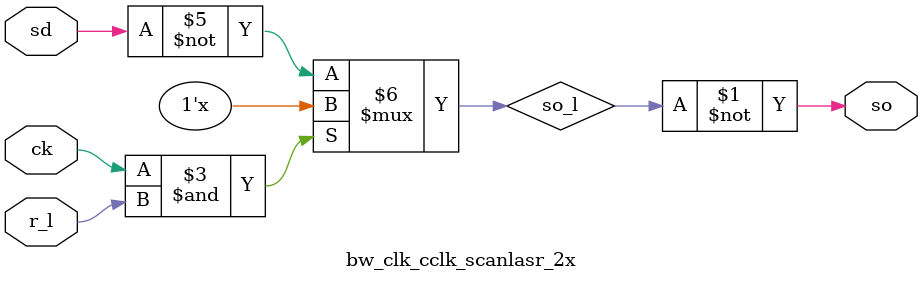
<source format=v>
module bw_clk_cclk_scanlasr_2x (so, sd, ck, r_l);
output so;
input sd, ck, r_l;
reg so_l;
    assign so = ~so_l;
    always @ ( ck or sd or r_l )
       if (~(ck & r_l)) so_l <= ~sd ;
endmodule
</source>
